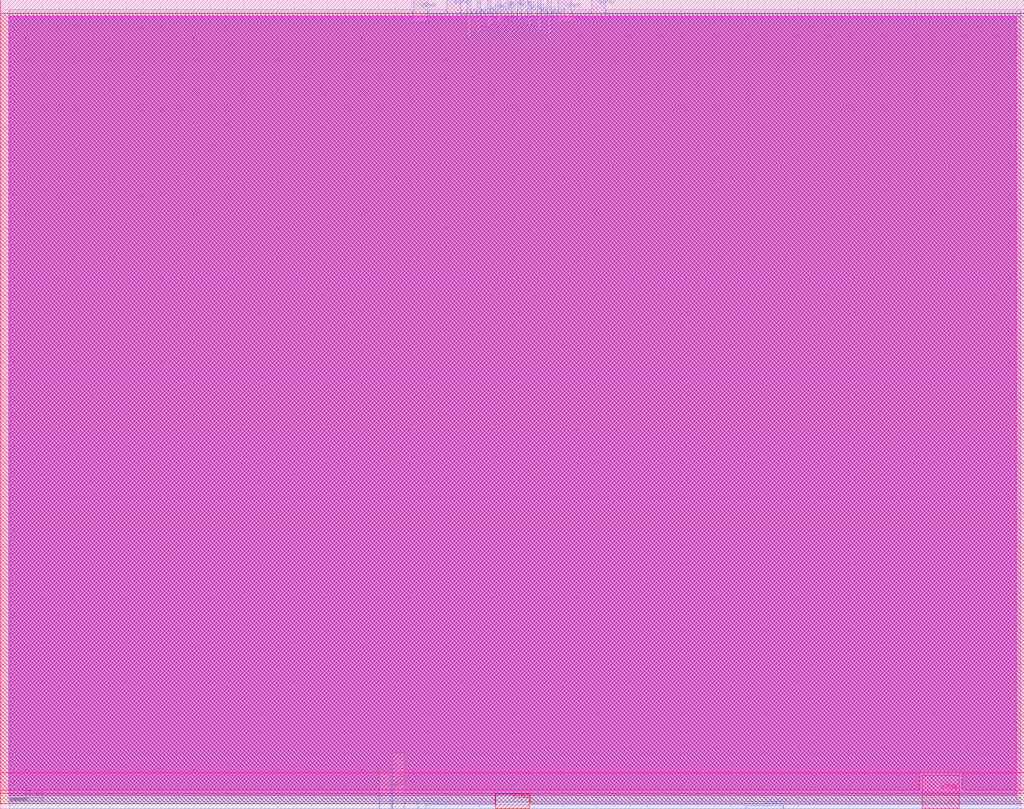
<source format=lef>
VERSION 5.7 ;
  NOWIREEXTENSIONATPIN ON ;
  DIVIDERCHAR "/" ;
  BUSBITCHARS "[]" ;
MACRO array_core
  CLASS BLOCK ;
  FOREIGN array_core ;
  ORIGIN 205.000 26.000 ;
  SIZE 609.600 BY 482.000 ;
  PIN VPWR
    USE POWER ;
    PORT
      LAYER met3 ;
        RECT 127.000 443.000 135.000 456.000 ;
    END
    PORT
      LAYER met3 ;
        RECT 41.000 443.000 49.000 456.000 ;
    END
  END VPWR
  PIN VGND
    USE GROUND ;
    PORT
      LAYER met3 ;
        RECT 61.000 448.000 69.000 456.000 ;
    END
    PORT
      LAYER met3 ;
        RECT 239.000 -26.000 261.000 -24.000 ;
    END
    PORT
      LAYER met3 ;
        RECT 147.000 448.000 155.000 456.000 ;
    END
  END VGND
  PIN a[0]
    ANTENNAGATEAREA 1.237500 ;
    PORT
      LAYER met3 ;
        RECT 73.000 434.000 75.000 456.000 ;
    END
  END a[0]
  PIN a[1]
    DIRECTION INPUT ;
    USE SIGNAL ;
    ANTENNAGATEAREA 1.237500 ;
    PORT
      LAYER met3 ;
        RECT 79.000 437.000 81.000 456.000 ;
    END
  END a[1]
  PIN a[2]
    DIRECTION INPUT ;
    USE SIGNAL ;
    ANTENNAGATEAREA 1.237500 ;
    PORT
      LAYER met3 ;
        RECT 85.000 440.000 87.000 456.000 ;
    END
  END a[2]
  PIN a[3]
    DIRECTION INPUT ;
    USE SIGNAL ;
    ANTENNAGATEAREA 1.237500 ;
    PORT
      LAYER met3 ;
        RECT 91.000 443.000 93.000 456.000 ;
    END
  END a[3]
  PIN a[4]
    DIRECTION INPUT ;
    USE SIGNAL ;
    ANTENNAGATEAREA 2.475000 ;
    PORT
      LAYER met3 ;
        RECT 97.000 446.000 99.000 456.000 ;
    END
  END a[4]
  PIN a[5]
    DIRECTION INPUT ;
    USE SIGNAL ;
    ANTENNAGATEAREA 2.475000 ;
    PORT
      LAYER met3 ;
        RECT 103.000 444.200 105.000 456.000 ;
    END
  END a[5]
  PIN a[6]
    DIRECTION INPUT ;
    USE SIGNAL ;
    ANTENNAGATEAREA 2.475000 ;
    PORT
      LAYER met3 ;
        RECT 109.000 441.200 111.000 456.000 ;
    END
  END a[6]
  PIN a[7]
    DIRECTION INPUT ;
    USE SIGNAL ;
    ANTENNAGATEAREA 2.475000 ;
    PORT
      LAYER met3 ;
        RECT 115.000 438.200 117.000 456.000 ;
    END
  END a[7]
  PIN a[8]
    DIRECTION INPUT ;
    USE SIGNAL ;
    ANTENNAGATEAREA 8.415000 ;
    PORT
      LAYER met3 ;
        RECT 121.000 435.200 123.000 456.000 ;
    END
  END a[8]
  PIN VTUN
    ANTENNADIFFAREA 759.539978 ;
    PORT
      LAYER met5 ;
        RECT 344.000 -26.000 366.000 -6.000 ;
    END
  END VTUN
  PIN VINJ
    ANTENNADIFFAREA 4575.179688 ;
    PORT
      LAYER met4 ;
        RECT 90.000 -26.000 110.000 -17.000 ;
    END
  END VINJ
  PIN VOUT0
    ANTENNADIFFAREA 15.080000 ;
    PORT
      LAYER met3 ;
        RECT 44.000 -26.000 48.000 -21.900 ;
    END
  END VOUT0
  PIN VCTRL
    ANTENNADIFFAREA 568.979980 ;
    PORT
      LAYER met3 ;
        RECT 28.600 -26.000 35.200 7.150 ;
    END
  END VCTRL
  PIN VSRC
    ANTENNADIFFAREA 174.000000 ;
    PORT
      LAYER met3 ;
        RECT 20.900 -26.000 27.500 -3.800 ;
    END
  END VSRC
  OBS
      LAYER nwell ;
        RECT -200.000 -18.000 399.830 446.230 ;
      LAYER li1 ;
        RECT -199.980 -17.670 399.810 446.210 ;
      LAYER met1 ;
        RECT -199.990 -22.000 399.820 446.220 ;
      LAYER met2 ;
        RECT -200.000 -22.000 402.420 446.230 ;
      LAYER met3 ;
        RECT -199.420 442.600 40.600 450.000 ;
        RECT 49.400 447.600 60.600 450.000 ;
        RECT 69.400 447.600 72.600 450.000 ;
        RECT 49.400 442.600 72.600 447.600 ;
        RECT -199.420 433.600 72.600 442.600 ;
        RECT 75.400 436.600 78.600 450.000 ;
        RECT 81.400 439.600 84.600 450.000 ;
        RECT 87.400 442.600 90.600 450.000 ;
        RECT 93.400 445.600 96.600 450.000 ;
        RECT 99.400 445.600 102.600 450.000 ;
        RECT 93.400 443.800 102.600 445.600 ;
        RECT 105.400 443.800 108.600 450.000 ;
        RECT 93.400 442.600 108.600 443.800 ;
        RECT 87.400 440.800 108.600 442.600 ;
        RECT 111.400 440.800 114.600 450.000 ;
        RECT 87.400 439.600 114.600 440.800 ;
        RECT 81.400 437.800 114.600 439.600 ;
        RECT 117.400 437.800 120.600 450.000 ;
        RECT 81.400 436.600 120.600 437.800 ;
        RECT 75.400 434.800 120.600 436.600 ;
        RECT 123.400 442.600 126.600 450.000 ;
        RECT 135.400 447.600 146.600 450.000 ;
        RECT 155.400 447.600 402.420 450.000 ;
        RECT 135.400 442.600 402.420 447.600 ;
        RECT 123.400 434.800 402.420 442.600 ;
        RECT 75.400 433.600 402.420 434.800 ;
        RECT -199.420 7.550 402.420 433.600 ;
        RECT -199.420 -3.400 28.200 7.550 ;
        RECT -199.420 -26.000 20.500 -3.400 ;
        RECT 27.900 -26.000 28.200 -3.400 ;
        RECT 35.600 -21.500 402.420 7.550 ;
        RECT 35.600 -26.000 43.600 -21.500 ;
        RECT 48.400 -23.600 402.420 -21.500 ;
        RECT 48.400 -26.000 238.600 -23.600 ;
        RECT 261.400 -26.000 402.420 -23.600 ;
      LAYER met4 ;
        RECT -205.000 -16.600 404.600 448.130 ;
        RECT -205.000 -23.000 89.600 -16.600 ;
        RECT 110.400 -23.000 404.600 -16.600 ;
      LAYER met5 ;
        RECT -205.000 -4.400 404.600 456.000 ;
        RECT -205.000 -15.000 342.400 -4.400 ;
        RECT 367.600 -15.000 404.600 -4.400 ;
  END
END array_core
END LIBRARY


</source>
